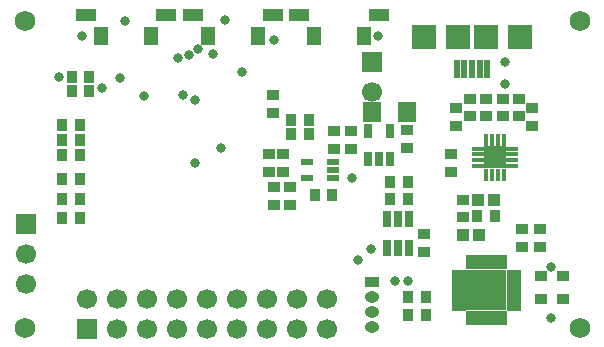
<source format=gts>
G04 Layer_Color=8388736*
%FSLAX42Y42*%
%MOMM*%
G71*
G01*
G75*
%ADD52R,1.10X0.90*%
%ADD53R,1.00X1.10*%
%ADD54R,1.70X1.10*%
%ADD55R,1.20X1.50*%
%ADD56R,1.88X1.88*%
%ADD57R,1.02X0.46*%
%ADD58R,0.46X1.02*%
%ADD59R,0.90X1.10*%
%ADD60R,0.60X1.55*%
%ADD61R,2.00X2.10*%
%ADD62R,2.10X2.10*%
%ADD63R,1.10X0.60*%
%ADD64R,0.80X1.30*%
%ADD65R,0.76X1.47*%
%ADD66R,1.50X1.70*%
%ADD67R,3.45X3.45*%
%ADD68R,0.47X1.21*%
%ADD69R,1.21X0.47*%
%ADD70O,1.20X0.95*%
%ADD71R,1.20X0.95*%
%ADD72C,1.73*%
%ADD73C,1.70*%
%ADD74R,1.70X1.70*%
%ADD75R,1.70X1.70*%
%ADD76C,0.80*%
D52*
X11710Y7993D02*
D03*
Y7843D02*
D03*
X11843D02*
D03*
Y7993D02*
D03*
X11270Y7370D02*
D03*
Y7520D02*
D03*
X11368Y7138D02*
D03*
Y6988D02*
D03*
X11957Y7765D02*
D03*
Y7915D02*
D03*
X11310Y7762D02*
D03*
Y7912D02*
D03*
X11432Y7843D02*
D03*
Y7993D02*
D03*
X11568Y7843D02*
D03*
Y7993D02*
D03*
X9910Y7245D02*
D03*
X9910Y7095D02*
D03*
X9770Y7245D02*
D03*
Y7095D02*
D03*
X10900Y7725D02*
D03*
Y7575D02*
D03*
X11040Y6845D02*
D03*
Y6695D02*
D03*
X10280Y7715D02*
D03*
Y7565D02*
D03*
X10420Y7715D02*
D03*
Y7565D02*
D03*
X9730Y7375D02*
D03*
Y7525D02*
D03*
X9760Y7875D02*
D03*
Y8025D02*
D03*
X9850Y7375D02*
D03*
Y7525D02*
D03*
X11870Y6885D02*
D03*
X11870Y6735D02*
D03*
X12020Y6885D02*
D03*
Y6735D02*
D03*
X12220Y6295D02*
D03*
X12220Y6490D02*
D03*
X12030Y6295D02*
D03*
X12030Y6490D02*
D03*
D53*
X11638Y7135D02*
D03*
X11497Y7135D02*
D03*
X11368Y6835D02*
D03*
X11507D02*
D03*
D54*
X8180Y8705D02*
D03*
X8855D02*
D03*
X9085D02*
D03*
X9760D02*
D03*
X9985D02*
D03*
X10660D02*
D03*
D55*
X8305Y8520D02*
D03*
X8730Y8520D02*
D03*
X9210Y8520D02*
D03*
X9635Y8520D02*
D03*
X10110Y8520D02*
D03*
X10535Y8520D02*
D03*
D56*
X11643Y7495D02*
D03*
D57*
X11788Y7570D02*
D03*
Y7520D02*
D03*
X11788Y7470D02*
D03*
X11788Y7420D02*
D03*
X11497Y7420D02*
D03*
Y7470D02*
D03*
Y7520D02*
D03*
X11497Y7570D02*
D03*
D58*
X11568Y7640D02*
D03*
X11618Y7640D02*
D03*
X11668Y7640D02*
D03*
X11718D02*
D03*
Y7350D02*
D03*
X11668Y7350D02*
D03*
X11618D02*
D03*
X11568Y7350D02*
D03*
D59*
X8128Y7645D02*
D03*
X7978D02*
D03*
X8128Y7518D02*
D03*
X7978D02*
D03*
X8128Y6978D02*
D03*
X7978Y6978D02*
D03*
X8128Y7773D02*
D03*
X7978D02*
D03*
X8058Y8057D02*
D03*
X8207D02*
D03*
X8057Y8172D02*
D03*
X8207Y8172D02*
D03*
X11643Y6995D02*
D03*
X11493D02*
D03*
X7978Y7145D02*
D03*
X8128Y7145D02*
D03*
X8128Y7315D02*
D03*
X7978D02*
D03*
X10265Y7180D02*
D03*
X10115D02*
D03*
X10905Y7140D02*
D03*
X10755Y7140D02*
D03*
X10905Y7290D02*
D03*
X10755D02*
D03*
X9915Y7690D02*
D03*
X10065D02*
D03*
X9915Y7810D02*
D03*
X10065D02*
D03*
X10905Y6310D02*
D03*
X11055Y6310D02*
D03*
X10905Y6160D02*
D03*
X11055Y6160D02*
D03*
D60*
X11579Y8246D02*
D03*
X11514D02*
D03*
X11449D02*
D03*
X11384D02*
D03*
X11319D02*
D03*
D61*
X11854Y8514D02*
D03*
X11044D02*
D03*
D62*
X11569D02*
D03*
X11329D02*
D03*
D63*
X10050Y7325D02*
D03*
Y7455D02*
D03*
X10270D02*
D03*
Y7390D02*
D03*
Y7325D02*
D03*
D64*
X10565Y7720D02*
D03*
X10755D02*
D03*
Y7480D02*
D03*
X10660D02*
D03*
X10565D02*
D03*
D65*
X10914Y6728D02*
D03*
X10820D02*
D03*
X10726D02*
D03*
Y6972D02*
D03*
X10820D02*
D03*
X10914D02*
D03*
D66*
X10600Y7880D02*
D03*
X10900D02*
D03*
D67*
X11570Y6370D02*
D03*
D68*
X11720Y6134D02*
D03*
X11670D02*
D03*
X11620D02*
D03*
X11570D02*
D03*
X11520D02*
D03*
X11470D02*
D03*
X11420D02*
D03*
Y6606D02*
D03*
X11470D02*
D03*
X11520D02*
D03*
X11570D02*
D03*
X11620D02*
D03*
X11670D02*
D03*
X11720D02*
D03*
D69*
X11334Y6220D02*
D03*
Y6270D02*
D03*
Y6320D02*
D03*
Y6370D02*
D03*
Y6420D02*
D03*
Y6470D02*
D03*
Y6520D02*
D03*
X11806D02*
D03*
Y6470D02*
D03*
Y6420D02*
D03*
Y6370D02*
D03*
Y6320D02*
D03*
Y6270D02*
D03*
Y6220D02*
D03*
D70*
X10600Y6062D02*
D03*
Y6187D02*
D03*
Y6313D02*
D03*
D71*
Y6438D02*
D03*
D72*
X7660Y6050D02*
D03*
Y8650D02*
D03*
X12360D02*
D03*
Y6050D02*
D03*
D73*
X8190Y6299D02*
D03*
X8444Y6045D02*
D03*
Y6299D02*
D03*
X8698Y6045D02*
D03*
Y6299D02*
D03*
X8952Y6045D02*
D03*
Y6299D02*
D03*
X9206Y6045D02*
D03*
Y6299D02*
D03*
X9460Y6045D02*
D03*
Y6299D02*
D03*
X9714Y6045D02*
D03*
Y6299D02*
D03*
X9968Y6045D02*
D03*
X9968Y6299D02*
D03*
X10222Y6045D02*
D03*
Y6299D02*
D03*
X10600Y8053D02*
D03*
X7670Y6422D02*
D03*
Y6676D02*
D03*
D74*
X8190Y6045D02*
D03*
D75*
X10600Y8307D02*
D03*
X7670Y6930D02*
D03*
D76*
X8675Y8012D02*
D03*
X9253Y8372D02*
D03*
X8962Y8340D02*
D03*
X10480Y6630D02*
D03*
X10590Y6720D02*
D03*
X8512Y8647D02*
D03*
X8150Y8520D02*
D03*
X8312Y8080D02*
D03*
X8468Y8170D02*
D03*
X9325Y7575D02*
D03*
X9003Y8020D02*
D03*
X9100Y7985D02*
D03*
X7950Y8172D02*
D03*
X9130Y8410D02*
D03*
X9050Y8360D02*
D03*
X9500Y8220D02*
D03*
X9355Y8655D02*
D03*
X9770Y8490D02*
D03*
X10650Y8520D02*
D03*
X10430Y7325D02*
D03*
X9100Y7450D02*
D03*
X11730Y8120D02*
D03*
Y8300D02*
D03*
X12120Y6570D02*
D03*
X10905Y6445D02*
D03*
X10800D02*
D03*
X12120Y6134D02*
D03*
M02*

</source>
